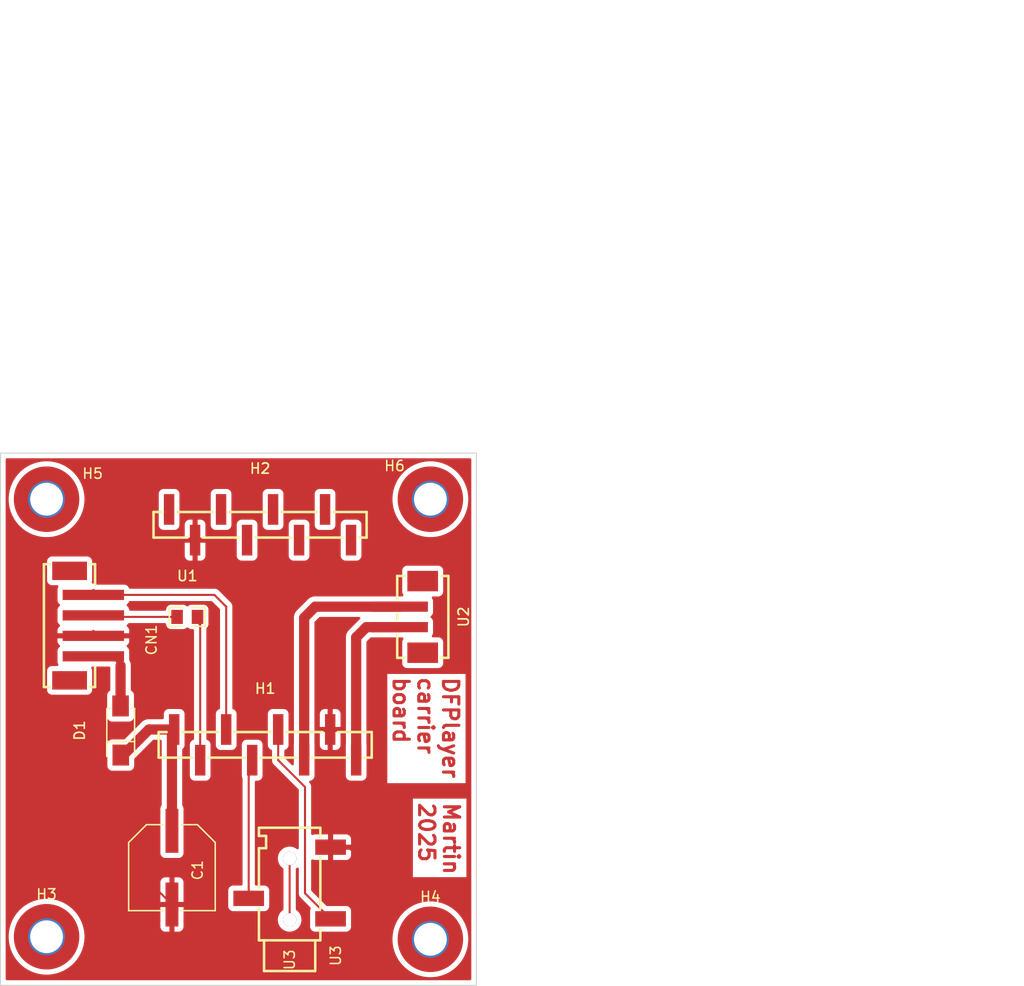
<source format=kicad_pcb>
(kicad_pcb (version 20241229) (generator "pcbnew") (generator_version "9.0")
  (layers (0 "F.Cu" signal) (2 "B.Cu" signal) (13 "F.Paste" user) (15 "B.Paste" user) (5 "F.SilkS" user "F.Silkscreen") (7 "B.SilkS" user "B.Silkscreen") (1 "F.Mask" user) (3 "B.Mask" user) (25 "Edge.Cuts" user))
  (net 0 "")
  (net 1 "_4")
  (net 2 "ADKEY_2")
  (net 3 "_6")
  (net 4 "ADKEY_1")
  (net 5 "_3")
  (net 6 "_5")
  (net 7 "IO_2")
  (net 8 "IO_1")
  (net 9 "BUSY")
  (net 10 "SPK_1")
  (net 11 "VCC")
  (net 12 "K")
  (net 13 "TX")
  (net 14 "USB_M")
  (net 15 "USB_P")
  (net 16 "net")
  (net 17 "df_header_left-RX")
  (net 18 "footprint-RX")
  (net 19 "DAC_R")
  (net 20 "DAC_L")
  (net 21 "SPK_2")
  (net 22 "GND")
  (net 23 "footprint-contact-3")
  (net 24 "footprint-contact-2")
  (net 25 "footprint-contact-1")
  (net 26 "footprint-contact-0")
  (footprint "hanxia_HX_PM2_54_1x8P_TP_H8_5_YQ:HDR-SMD_8P-P2.54-V-F-S4.7" (layer "F.Cu") (at 152.61 81)
    (property "Reference" "H2" (at 0 -5.5 0) (layer "F.SilkS"))
    (property "Value" "")
    (fp_line (start -10.41 -1.25) (end -10.41 1.25) (stroke (width 0.25)) (layer "F.SilkS"))
    (fp_line (start -10.41 -1.25) (end -9.63 -1.25) (stroke (width 0.25)) (layer "F.SilkS"))
    (fp_line (start -10.41 1.25) (end -7.09 1.25) (stroke (width 0.25)) (layer "F.SilkS"))
    (fp_line (start -8.15 -1.25) (end -4.55 -1.25) (stroke (width 0.25)) (layer "F.SilkS"))
    (fp_line (start -5.61 1.25) (end -2.01 1.25) (stroke (width 0.25)) (layer "F.SilkS"))
    (fp_line (start -3.07 -1.25) (end 0.53 -1.25) (stroke (width 0.25)) (layer "F.SilkS"))
    (fp_line (start -0.53 1.25) (end 3.07 1.25) (stroke (width 0.25)) (layer "F.SilkS"))
    (fp_line (start 2.01 -1.25) (end 5.61 -1.25) (stroke (width 0.25)) (layer "F.SilkS"))
    (fp_line (start 4.55 1.25) (end 8.15 1.25) (stroke (width 0.25)) (layer "F.SilkS"))
    (fp_line (start 7.09 -1.25) (end 10.41 -1.25) (stroke (width 0.25)) (layer "F.SilkS"))
    (fp_line (start 9.63 1.25) (end 10.41 1.25) (stroke (width 0.25)) (layer "F.SilkS"))
    (fp_line (start 10.41 -1.25) (end 10.41 1.25) (stroke (width 0.25)) (layer "F.SilkS"))
    (fp_text user "${REFERENCE}" (at 0 -5.5 0) (layer "F.SilkS"))
    (pad "1" smd rect (at -8.89 -1.5) (size 1.02 3) (layers "F.Cu" "F.Mask" "F.Paste") (net 8 "IO_1"))
    (pad "2" smd rect (at -6.35 1.5) (size 1.02 3) (layers "F.Cu" "F.Mask" "F.Paste") (net 22 "GND"))
    (pad "3" smd rect (at -3.81 -1.5) (size 1.02 3) (layers "F.Cu" "F.Mask" "F.Paste") (net 7 "IO_2"))
    (pad "4" smd rect (at -1.27 1.5) (size 1.02 3) (layers "F.Cu" "F.Mask" "F.Paste") (net 4 "ADKEY_1"))
    (pad "5" smd rect (at 1.27 -1.5) (size 1.02 3) (layers "F.Cu" "F.Mask" "F.Paste") (net 2 "ADKEY_2"))
    (pad "6" smd rect (at 3.81 1.5) (size 1.02 3) (layers "F.Cu" "F.Mask" "F.Paste") (net 15 "USB_P"))
    (pad "7" smd rect (at 6.35 -1.5) (size 1.02 3) (layers "F.Cu" "F.Mask" "F.Paste") (net 14 "USB_M"))
    (pad "8" smd rect (at 8.89 1.5) (size 1.02 3) (layers "F.Cu" "F.Mask" "F.Paste") (net 9 "BUSY"))
  )
  (footprint "JST_Sales_America_B4B_PH_SM4_TB_LF__SN:CONN-SMD_B4B-PH-SM4-TB-LF-SN" (layer "F.Cu") (at 135.16 90.85 -90)
    (property "Reference" "CN1" (at 1.4 -6.84 90) (layer "F.SilkS"))
    (property "Value" "")
    (fp_line (start -6 3.67) (end -6 3.09) (stroke (width 0.25)) (layer "F.SilkS"))
    (fp_line (start 6 3.67) (end -6 3.67) (stroke (width 0.25)) (layer "F.SilkS"))
    (fp_line (start 6 3.09) (end 6 3.67) (stroke (width 0.25)) (layer "F.SilkS"))
    (fp_line (start -6 -1.33) (end -6 -0.77) (stroke (width 0.25)) (layer "F.SilkS"))
    (fp_line (start -6 -1.33) (end -4 -1.33) (stroke (width 0.25)) (layer "F.SilkS"))
    (fp_line (start 4 -1.33) (end 6 -1.33) (stroke (width 0.25)) (layer "F.SilkS"))
    (fp_line (start 6 -1.33) (end 6 -0.77) (stroke (width 0.25)) (layer "F.SilkS"))
    (pad "1" smd rect (at 3 -1.16 90) (size 1 6) (layers "F.Cu" "F.Mask" "F.Paste") (net 11 "VCC"))
    (pad "2" smd rect (at 1 -1.16 90) (size 1 6) (layers "F.Cu" "F.Mask" "F.Paste") (net 22 "GND"))
    (pad "3" smd rect (at -1 -1.16 90) (size 1 6) (layers "F.Cu" "F.Mask" "F.Paste") (net 18 "footprint-RX"))
    (pad "4" smd rect (at -3 -1.16 90) (size 1 6) (layers "F.Cu" "F.Mask" "F.Paste") (net 13 "TX"))
    (pad "5" smd rect (at -5.35 1.16 270) (size 1.8 3.4) (layers "F.Cu" "F.Mask" "F.Paste") (net 6 "_5"))
    (pad "6" smd rect (at 5.35 1.16 270) (size 1.8 3.4) (layers "F.Cu" "F.Mask" "F.Paste") (net 3 "_6"))
  )
  (footprint "MountingHole:MountingHole_3.2mm_M3_Pad_TopOnly" (layer "F.Cu") (at 169.25 78.5)
    (property "Reference" "H6" (at -3.5 -3.25 0) (layer "F.SilkS"))
    (property "Value" "")
    (pad "1" thru_hole circle (at 0 0) (size 3.6 3.6) (drill 3.2) (layers "*.Cu" "*.Mask") (net 23 "footprint-contact-3"))
    (pad "1" connect circle (at 0 0) (size 6.4 6.4) (layers "F.Cu" "F.Mask") (net 23 "footprint-contact-3"))
  )
  (footprint "MountingHole:MountingHole_3.2mm_M3_Pad_TopOnly" (layer "F.Cu") (at 169.25 121.5)
    (property "Reference" "H4" (at 0 -4.15 0) (layer "F.SilkS"))
    (property "Value" "")
    (pad "1" thru_hole circle (at 0 0) (size 3.6 3.6) (drill 3.2) (layers "*.Cu" "*.Mask") (net 25 "footprint-contact-1"))
    (pad "1" connect circle (at 0 0) (size 6.4 6.4) (layers "F.Cu" "F.Mask") (net 25 "footprint-contact-1"))
  )
  (footprint "hongjiacheng_M1:SMA_L4.3-W2.6-LS5.0-RD" (layer "F.Cu") (at 138.99 101.1 90)
    (property "Reference" "D1" (at 0 -4.01 90) (layer "F.SilkS"))
    (property "Value" "")
    (fp_line (start -1.08 -1.36) (end -1.08 1.36) (stroke (width 0.15)) (layer "F.SilkS"))
    (fp_line (start -2.53 -1.36) (end 2.16 -1.35) (stroke (width 0.15)) (layer "F.SilkS"))
    (fp_line (start 2.16 -1.27) (end 2.16 -0.92) (stroke (width 0.15)) (layer "F.SilkS"))
    (fp_line (start 2.16 1.36) (end 2.16 1.01) (stroke (width 0.15)) (layer "F.SilkS"))
    (fp_line (start -2.5 1.36) (end 2.16 1.36) (stroke (width 0.15)) (layer "F.SilkS"))
    (fp_text user "${REFERENCE}" (at 0 -4.01 90) (layer "F.SilkS"))
    (pad "1" smd rect (at -2.4 0.01 90) (size 2.05 1.62) (layers "F.Cu" "F.Mask" "F.Paste") (net 12 "K"))
    (pad "2" smd rect (at 2.4 -0.01 270) (size 2.05 1.62) (layers "F.Cu" "F.Mask" "F.Paste") (net 11 "VCC"))
  )
  (footprint "UNI_ROYAL_0805W8F1001T5E:R0805" (layer "F.Cu") (at 145.5 90)
    (property "Reference" "U1" (at 0 -4 0) (layer "F.SilkS"))
    (property "Value" "")
    (fp_line (start -1.76 -0.92) (end -0.48 -0.92) (stroke (width 0.15)) (layer "F.SilkS"))
    (fp_line (start -1.76 0.92) (end -1.76 -0.92) (stroke (width 0.15)) (layer "F.SilkS"))
    (fp_line (start -0.48 0.92) (end -1.76 0.92) (stroke (width 0.15)) (layer "F.SilkS"))
    (fp_line (start 0.48 0.92) (end 1.76 0.92) (stroke (width 0.15)) (layer "F.SilkS"))
    (fp_line (start 1.76 -0.92) (end 0.48 -0.92) (stroke (width 0.15)) (layer "F.SilkS"))
    (fp_line (start 1.76 0.92) (end 1.76 -0.92) (stroke (width 0.15)) (layer "F.SilkS"))
    (fp_text user "${REFERENCE}" (at 0 -4 0) (layer "F.SilkS"))
    (pad "1" smd rect (at -1 0) (size 1.13 1.38) (layers "F.Cu" "F.Mask" "F.Paste") (net 18 "footprint-RX"))
    (pad "2" smd rect (at 1 0) (size 1.13 1.38) (layers "F.Cu" "F.Mask" "F.Paste") (net 17 "df_header_left-RX"))
  )
  (footprint "hanxia_HX_PM2_54_1x8P_TP_H8_5_YQ:HDR-SMD_8P-P2.54-V-F-S4.7" (layer "F.Cu") (at 153.11 102.5)
    (property "Reference" "H1" (at 0 -5.5 0) (layer "F.SilkS"))
    (property "Value" "")
    (fp_line (start -10.41 -1.25) (end -10.41 1.25) (stroke (width 0.25)) (layer "F.SilkS"))
    (fp_line (start -10.41 -1.25) (end -9.63 -1.25) (stroke (width 0.25)) (layer "F.SilkS"))
    (fp_line (start -10.41 1.25) (end -7.09 1.25) (stroke (width 0.25)) (layer "F.SilkS"))
    (fp_line (start -8.15 -1.25) (end -4.55 -1.25) (stroke (width 0.25)) (layer "F.SilkS"))
    (fp_line (start -5.61 1.25) (end -2.01 1.25) (stroke (width 0.25)) (layer "F.SilkS"))
    (fp_line (start -3.07 -1.25) (end 0.53 -1.25) (stroke (width 0.25)) (layer "F.SilkS"))
    (fp_line (start -0.53 1.25) (end 3.07 1.25) (stroke (width 0.25)) (layer "F.SilkS"))
    (fp_line (start 2.01 -1.25) (end 5.61 -1.25) (stroke (width 0.25)) (layer "F.SilkS"))
    (fp_line (start 4.55 1.25) (end 8.15 1.25) (stroke (width 0.25)) (layer "F.SilkS"))
    (fp_line (start 7.09 -1.25) (end 10.41 -1.25) (stroke (width 0.25)) (layer "F.SilkS"))
    (fp_line (start 9.63 1.25) (end 10.41 1.25) (stroke (width 0.25)) (layer "F.SilkS"))
    (fp_line (start 10.41 -1.25) (end 10.41 1.25) (stroke (width 0.25)) (layer "F.SilkS"))
    (fp_text user "${REFERENCE}" (at 0 -5.5 0) (layer "F.SilkS"))
    (pad "1" smd rect (at -8.89 -1.5) (size 1.02 3) (layers "F.Cu" "F.Mask" "F.Paste") (net 12 "K"))
    (pad "2" smd rect (at -6.35 1.5) (size 1.02 3) (layers "F.Cu" "F.Mask" "F.Paste") (net 17 "df_header_left-RX"))
    (pad "3" smd rect (at -3.81 -1.5) (size 1.02 3) (layers "F.Cu" "F.Mask" "F.Paste") (net 13 "TX"))
    (pad "4" smd rect (at -1.27 1.5) (size 1.02 3) (layers "F.Cu" "F.Mask" "F.Paste") (net 19 "DAC_R"))
    (pad "5" smd rect (at 1.27 -1.5) (size 1.02 3) (layers "F.Cu" "F.Mask" "F.Paste") (net 20 "DAC_L"))
    (pad "6" smd rect (at 3.81 1.5) (size 1.02 3) (layers "F.Cu" "F.Mask" "F.Paste") (net 10 "SPK_1"))
    (pad "7" smd rect (at 6.35 -1.5) (size 1.02 3) (layers "F.Cu" "F.Mask" "F.Paste") (net 22 "GND"))
    (pad "8" smd rect (at 8.89 1.5) (size 1.02 3) (layers "F.Cu" "F.Mask" "F.Paste") (net 21 "SPK_2"))
  )
  (footprint "MountingHole:MountingHole_3.2mm_M3_Pad_TopOnly" (layer "F.Cu") (at 131.75 121.25)
    (property "Reference" "H3" (at 0 -4.15 0) (layer "F.SilkS"))
    (property "Value" "")
    (pad "1" thru_hole circle (at 0 0) (size 3.6 3.6) (drill 3.2) (layers "*.Cu" "*.Mask") (net 26 "footprint-contact-0"))
    (pad "1" connect circle (at 0 0) (size 6.4 6.4) (layers "F.Cu" "F.Mask") (net 26 "footprint-contact-0"))
  )
  (footprint "MountingHole:MountingHole_3.2mm_M3_Pad_TopOnly" (layer "F.Cu") (at 131.75 78.5)
    (property "Reference" "H5" (at 4.5 -2.5 0) (layer "F.SilkS"))
    (property "Value" "")
    (pad "1" thru_hole circle (at 0 0) (size 3.6 3.6) (drill 3.2) (layers "*.Cu" "*.Mask") (net 24 "footprint-contact-2"))
    (pad "1" connect circle (at 0 0) (size 6.4 6.4) (layers "F.Cu" "F.Mask") (net 24 "footprint-contact-2"))
  )
  (footprint "JST_Sales_America_B2B_PH_SM4_TBT_LF__SN:CONN-SMD_B2B-PH-SM4-TBT-LF-SN" (layer "F.Cu") (at 167.38 90 -90)
    (property "Reference" "U2" (at 0 -5.12 90) (layer "F.SilkS"))
    (property "Value" "")
    (fp_line (start -4 1.37) (end -1.73 1.37) (stroke (width 0.25)) (layer "F.SilkS"))
    (fp_line (start -0.27 1.37) (end 0.27 1.37) (stroke (width 0.25)) (layer "F.SilkS"))
    (fp_line (start 1.73 1.37) (end 4 1.37) (stroke (width 0.25)) (layer "F.SilkS"))
    (fp_line (start 4 1.37) (end 4 0.6) (stroke (width 0.25)) (layer "F.SilkS"))
    (fp_line (start -4 0.6) (end -4 1.37) (stroke (width 0.25)) (layer "F.SilkS"))
    (fp_line (start 4 -2.86) (end 4 -3.63) (stroke (width 0.25)) (layer "F.SilkS"))
    (fp_line (start -4 -3.63) (end -4 -2.86) (stroke (width 0.25)) (layer "F.SilkS"))
    (fp_line (start -4 -3.63) (end 4 -3.63) (stroke (width 0.25)) (layer "F.SilkS"))
    (fp_text user "${REFERENCE}" (at 0 -5.12 90) (layer "F.SilkS"))
    (pad "1" smd rect (at -1 1.12 270) (size 1 5.5) (layers "F.Cu" "F.Mask" "F.Paste") (net 10 "SPK_1"))
    (pad "2" smd rect (at 1 1.12 270) (size 1 5.5) (layers "F.Cu" "F.Mask" "F.Paste") (net 21 "SPK_2"))
    (pad "3" smd rect (at 3.5 -1.12 270) (size 2 3) (layers "F.Cu" "F.Mask" "F.Paste") (net 5 "_3"))
    (pad "4" smd rect (at -3.5 -1.12 270) (size 2 3) (layers "F.Cu" "F.Mask" "F.Paste") (net 1 "_4"))
  )
  (footprint "PANASONIC_EEEFK1A471AP:CAP-SMD_BD8.0-L8.3-W8.3-LS9.9-FD" (layer "F.Cu") (at 144 114.5 -90)
    (property "Reference" "C1" (hide yes))
    (property "Value" "")
    (fp_line (start -2.46 4.23) (end -4.2 2.49) (stroke (width 0.15)) (layer "F.SilkS"))
    (fp_line (start 4.2 4.23) (end -2.46 4.23) (stroke (width 0.15)) (layer "F.SilkS"))
    (fp_line (start -4.2 2.49) (end -4.2 0.78) (stroke (width 0.15)) (layer "F.SilkS"))
    (fp_line (start 4.2 0.78) (end 4.2 4.23) (stroke (width 0.15)) (layer "F.SilkS"))
    (fp_line (start 4.2 -0.78) (end 4.2 -4.23) (stroke (width 0.15)) (layer "F.SilkS"))
    (fp_line (start -4.2 -2.49) (end -4.2 -0.78) (stroke (width 0.15)) (layer "F.SilkS"))
    (fp_line (start -2.46 -4.23) (end -4.2 -2.49) (stroke (width 0.15)) (layer "F.SilkS"))
    (fp_line (start 4.2 -4.23) (end -2.46 -4.23) (stroke (width 0.15)) (layer "F.SilkS"))
    (fp_text user "${REFERENCE}" (at 0.25 -2.5 90) (layer "F.SilkS"))
    (pad "1" smd rect (at -3.6 0 270) (size 4.3 1.26) (layers "F.Cu" "F.Mask" "F.Paste") (net 12 "K"))
    (pad "2" smd rect (at 3.6 0 270) (size 4.3 1.26) (layers "F.Cu" "F.Mask" "F.Paste") (net 22 "GND"))
  )
  (footprint "SOFNG_PJ_320B:AUDIO-SMD_PJ-320B" (layer "F.Cu") (at 155.5 116 180)
    (property "Reference" "U3" (at 0 -7.5 90) (layer "F.SilkS"))
    (property "Value" "")
    (fp_line (start 3 5.4) (end -3 5.4) (stroke (width 0.25)) (layer "F.SilkS"))
    (fp_line (start 3 4.6) (end 3 5.4) (stroke (width 0.25)) (layer "F.SilkS"))
    (fp_line (start 3 3.4) (end 2.3 3.4) (stroke (width 0.25)) (layer "F.SilkS"))
    (fp_line (start 3 -0.52) (end 3 3.4) (stroke (width 0.25)) (layer "F.SilkS"))
    (fp_line (start 3 -5.6) (end 3 -2.48) (stroke (width 0.25)) (layer "F.SilkS"))
    (fp_line (start 2.5 -5.6) (end 2.5 -8.6) (stroke (width 0.25)) (layer "F.SilkS"))
    (fp_line (start 2.3 4.6) (end 3 4.6) (stroke (width 0.25)) (layer "F.SilkS"))
    (fp_line (start 2.3 3.4) (end 2.3 4.6) (stroke (width 0.25)) (layer "F.SilkS"))
    (fp_line (start -2.5 -5.6) (end -2.5 -8.6) (stroke (width 0.25)) (layer "F.SilkS"))
    (fp_line (start -2.5 -8.6) (end 2.5 -8.6) (stroke (width 0.25)) (layer "F.SilkS"))
    (fp_line (start -3 4.48) (end -3 5.4) (stroke (width 0.25)) (layer "F.SilkS"))
    (fp_line (start -3 -2.52) (end -3 2.52) (stroke (width 0.25)) (layer "F.SilkS"))
    (fp_line (start -3 -5.6) (end 3 -5.6) (stroke (width 0.25)) (layer "F.SilkS"))
    (fp_line (start -3 -5.6) (end -3 -4.48) (stroke (width 0.25)) (layer "F.SilkS"))
    (fp_text user "${REFERENCE}" (at -4.5 -7.1 90) (layer "F.SilkS"))
    (pad "" thru_hole circle (at 0 -3.6 180) (size 1.3 1.3) (drill 1.3) (layers "*.Cu" "*.Mask") (net 16 "net"))
    (pad "" thru_hole circle (at 0 2.4 180) (size 1.3 1.3) (drill 1.3) (layers "*.Cu" "*.Mask") (net 16 "net"))
    (pad "1" smd rect (at -4 -3.5 180) (size 3 1.5) (layers "F.Cu" "F.Mask" "F.Paste") (net 20 "DAC_L"))
    (pad "2" smd rect (at 4 -1.5 180) (size 3 1.5) (layers "F.Cu" "F.Mask" "F.Paste") (net 19 "DAC_R"))
    (pad "3" smd rect (at -4 3.5 180) (size 3 1.5) (layers "F.Cu" "F.Mask" "F.Paste") (net 22 "GND"))
  )
  (gr_rect (start 127.25 74) (end 173.75 126) (stroke (width 0.1)) (fill no) (layer "Edge.Cuts"))
  (gr_text "DFPlayer\ncarrier\nboard" (at 165.5 95.75 270) (layer "F.Cu") (effects (font (size 1.5 1.5) (thickness 0.3) (bold yes)) (justify left bottom)))
  (gr_text "Martin\n2025" (at 168 108 270) (layer "F.Cu") (effects (font (size 1.5 1.5) (thickness 0.3) (bold yes)) (justify left bottom)))
  (segment (start 156.92 90.08) (end 158 89) (width 1) (layer "F.Cu") (net 10))
  (segment (start 156.92 104) (end 156.92 90.08) (width 1) (layer "F.Cu") (net 10))
  (segment (start 158 89) (end 166.26 89) (width 1) (layer "F.Cu") (net 10))
  (segment (start 138.98 94.77) (end 138.98 98.7) (width 1) (layer "F.Cu") (net 11))
  (segment (start 139 94.75) (end 138.98 94.77) (width 0.2) (layer "F.Cu") (net 11))
  (segment (start 138.1 93.85) (end 139 94.75) (width 0.2) (layer "F.Cu") (net 11))
  (segment (start 136.32 93.85) (end 138.1 93.85) (width 0.2) (layer "F.Cu") (net 11))
  (segment (start 144 110.9) (end 144 101.22) (width 1) (layer "F.Cu") (net 12))
  (segment (start 141.75 101) (end 144.22 101) (width 1) (layer "F.Cu") (net 12))
  (segment (start 139.25 103.5) (end 141.75 101) (width 1) (layer "F.Cu") (net 12))
  (segment (start 144 101.22) (end 144.22 101) (width 0.2) (layer "F.Cu") (net 12))
  (segment (start 139 103.5) (end 139.25 103.5) (width 0.2) (layer "F.Cu") (net 12))
  (segment (start 136.97 88) (end 136.32 87.35) (width 0.2) (layer "F.Cu") (net 13))
  (segment (start 149.3 101) (end 149.3 89) (width 0.2) (layer "F.Cu") (net 13))
  (segment (start 148.15 87.85) (end 136.32 87.85) (width 0.2) (layer "F.Cu") (net 13))
  (segment (start 149.3 89) (end 148.15 87.85) (width 0.2) (layer "F.Cu") (net 13))
  (segment (start 155.5 113.6) (end 155.5 119.6) (width 0.2) (layer "F.Cu") (net 16))
  (segment (start 146.76 104) (end 146.76 90.26) (width 0.2) (layer "F.Cu") (net 17))
  (segment (start 146.76 90.26) (end 146.5 90) (width 0.2) (layer "F.Cu") (net 17))
  (segment (start 146.5 90) (end 146.5 90.5) (width 0.2) (layer "F.Cu") (net 17))
  (segment (start 146.5 90.5) (end 146.76 90.76) (width 0.2) (layer "F.Cu") (net 17))
  (segment (start 144.5 90) (end 136.47 90) (width 0.2) (layer "F.Cu") (net 18))
  (segment (start 136.47 90) (end 136.32 89.85) (width 0.2) (layer "F.Cu") (net 18))
  (segment (start 151.5 117.5) (end 151.5 104.34) (width 0.2) (layer "F.Cu") (net 19))
  (segment (start 151.5 104.34) (end 151.84 104) (width 0.2) (layer "F.Cu") (net 19))
  (segment (start 154.38 101) (end 154.38 104) (width 0.2) (layer "F.Cu") (net 20))
  (segment (start 159.5 119.5) (end 157 117) (width 0.2) (layer "F.Cu") (net 20))
  (segment (start 157 106.62) (end 154.38 104) (width 0.2) (layer "F.Cu") (net 20))
  (segment (start 157 117) (end 157 106.62) (width 0.2) (layer "F.Cu") (net 20))
  (segment (start 162 92) (end 163 91) (width 1) (layer "F.Cu") (net 21))
  (segment (start 162 104) (end 162 92) (width 1) (layer "F.Cu") (net 21))
  (segment (start 163 91) (end 166.26 91) (width 1) (layer "F.Cu") (net 21))
  (segment (start 163.75 121) (end 163.75 115.5) (width 0.2) (layer "F.Cu") (net 22))
  (segment (start 144 118.1) (end 144 121) (width 0.2) (layer "F.Cu") (net 22))
  (segment (start 132.25 82.5) (end 131.25 83.5) (width 0.2) (layer "F.Cu") (net 22))
  (segment (start 159.5 101.04) (end 159.46 101) (width 0.2) (layer "F.Cu") (net 22))
  (segment (start 164 115.25) (end 161.25 112.5) (width 0.2) (layer "F.Cu") (net 22))
  (segment (start 144 118) (end 144.551 118.551) (width 0.2) (layer "F.Cu") (net 22))
  (segment (start 144 118.1) (end 131.5 105.6) (width 0.2) (layer "F.Cu") (net 22))
  (segment (start 132.85 91.85) (end 136.32 91.85) (width 0.2) (layer "F.Cu") (net 22))
  (segment (start 161.25 112.5) (end 159.901 112.5) (width 0.2) (layer "F.Cu") (net 22))
  (segment (start 132.9 91.85) (end 136.32 91.85) (width 0.2) (layer "F.Cu") (net 22))
  (segment (start 146.25 123.25) (end 161.5 123.25) (width 0.2) (layer "F.Cu") (net 22))
  (segment (start 131.5 105.6) (end 131.5 93.25) (width 0.2) (layer "F.Cu") (net 22))
  (segment (start 144 121) (end 146.25 123.25) (width 0.2) (layer "F.Cu") (net 22))
  (segment (start 146.26 82.5) (end 132.25 82.5) (width 0.2) (layer "F.Cu") (net 22))
  (segment (start 159.5 112.5) (end 159.5 101.04) (width 0.2) (layer "F.Cu") (net 22))
  (segment (start 144 118.1) (end 144 118) (width 0.2) (layer "F.Cu") (net 22))
  (segment (start 136.49 91.52) (end 136.32 91.35) (width 0.2) (layer "F.Cu") (net 22))
  (segment (start 131.5 93.25) (end 132.9 91.85) (width 0.2) (layer "F.Cu") (net 22))
  (segment (start 131.25 90.25) (end 132.85 91.85) (width 0.2) (layer "F.Cu") (net 22))
  (segment (start 131.25 83.5) (end 131.25 90.25) (width 0.2) (layer "F.Cu") (net 22))
  (segment (start 161.5 123.25) (end 163.75 121) (width 0.2) (layer "F.Cu") (net 22))
  (segment (start 163.75 115.5) (end 164 115.25) (width 0.2) (layer "F.Cu") (net 22))
  (zone (net 22) (net_name "GND") (layer "F.Cu") (name "GND") (connect_pads (clearance 0.5)) (min_thickness 0.25) (fill yes (thermal_gap 0.5) (thermal_bridge_width 0.5))
    (polygon (pts (xy 127.25 74) (xy 173.75 74) (xy 173.75 126) (xy 127.25 126)))
  )
)
</source>
